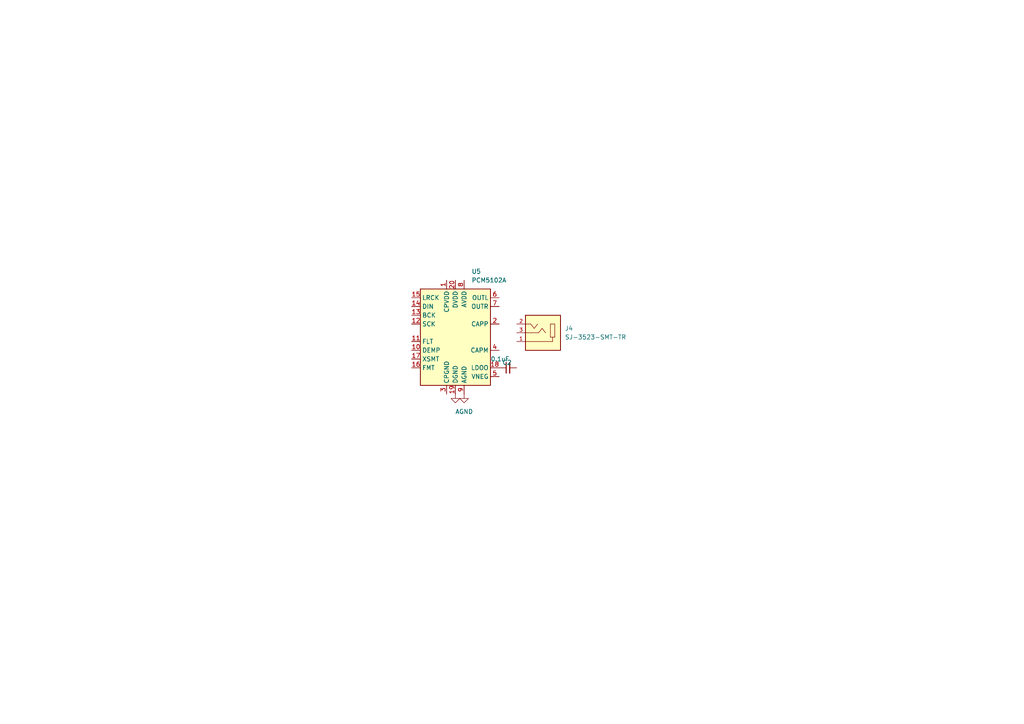
<source format=kicad_sch>
(kicad_sch (version 20250114) (generator "eeschema") (generator_version "9.0")
  (paper "A4")
  (lib_symbols
    (symbol "Audio:PCM5102A"
      (property "Reference" "U" (at -10.16 13.97 0))
      (property "Value" "PCM5102A" (at 3.81 13.97 0))
      (symbol "PCM5102A_0_1"
        (rectangle (start -10.16 12.7) (end 10.16 -15.24) (stroke (width 0.254)) (fill (type background)))
      )
      (symbol "PCM5102A_1_1"
        (pin input line (at -12.7 10.16 0) (length 2.54) (name "LRCK") (number "15"))
        (pin input line (at -12.7 7.62 0) (length 2.54) (name "DIN") (number "14"))
        (pin input line (at -12.7 5.08 0) (length 2.54) (name "BCK") (number "13"))
        (pin input line (at -12.7 2.54 0) (length 2.54) (name "SCK") (number "12"))
        (pin input line (at -12.7 -2.54 0) (length 2.54) (name "FLT") (number "11"))
        (pin input line (at -12.7 -5.08 0) (length 2.54) (name "DEMP") (number "10"))
        (pin input line (at -12.7 -7.62 0) (length 2.54) (name "XSMT") (number "17"))
        (pin input line (at -12.7 -10.16 0) (length 2.54) (name "FMT") (number "16"))
        (pin passive line (at -2.54 15.24 270) (length 2.54) (name "CPVDD") (number "1"))
        (pin power_in line (at -2.54 -17.78 90) (length 2.54) (name "CPGND") (number "3"))
        (pin power_in line (at 0 15.24 270) (length 2.54) (name "DVDD") (number "20"))
        (pin power_in line (at 0 -17.78 90) (length 2.54) (name "DGND") (number "19"))
        (pin power_in line (at 2.54 15.24 270) (length 2.54) (name "AVDD") (number "8"))
        (pin power_in line (at 2.54 -17.78 90) (length 2.54) (name "AGND") (number "9"))
        (pin output line (at 12.7 10.16 180) (length 2.54) (name "OUTL") (number "6"))
        (pin output line (at 12.7 7.62 180) (length 2.54) (name "OUTR") (number "7"))
        (pin passive line (at 12.7 2.54 180) (length 2.54) (name "CAPP") (number "2"))
        (pin passive line (at 12.7 -5.08 180) (length 2.54) (name "CAPM") (number "4"))
        (pin passive line (at 12.7 -10.16 180) (length 2.54) (name "LDOO") (number "18"))
        (pin passive line (at 12.7 -12.7 180) (length 2.54) (name "VNEG") (number "5"))
      )
    )
    (symbol "Device:C_Small" (pin_numbers (hide yes)) (pin_names (offset 0.254) (hide yes))
      (property "Reference" "C" (at 0.254 1.778 0))
      (property "Value" "C_Small" (at 0.254 -2.032 0))
      (symbol "C_Small_0_1"
        (polyline (pts (xy -1.524 0.508) (xy 1.524 0.508)) (stroke (width 0.3048)))
        (polyline (pts (xy -1.524 -0.508) (xy 1.524 -0.508)) (stroke (width 0.3302)))
      )
      (symbol "C_Small_1_1"
        (pin passive line (at 0 2.54 270) (length 2.032) (name "~") (number "1"))
        (pin passive line (at 0 -2.54 90) (length 2.032) (name "~") (number "2"))
      )
    )
    (symbol "SJ-3523-SMT-TR:SJ-3523-SMT-TR" (pin_names (offset 1.016))
      (property "Reference" "J" (at -5.1004 5.738 0))
      (property "Value" "SJ-3523-SMT-TR" (at -5.1006 -7.6509 0))
      (symbol "SJ-3523-SMT-TR_0_0"
        (rectangle (start -5.08 -5.08) (end 5.08 5.08) (stroke (width 0.254)) (fill (type background)))
        (polyline (pts (xy -3.429 1.27) (xy -3.429 -2.54)) (stroke (width 0.1524)))
        (polyline (pts (xy -3.429 -2.54) (xy -2.159 -2.54)) (stroke (width 0.1524)))
        (polyline (pts (xy -2.794 2.54) (xy 5.08 2.54)) (stroke (width 0.1524)))
        (polyline (pts (xy -2.794 1.27) (xy -3.429 1.27)) (stroke (width 0.1524)))
        (polyline (pts (xy -2.794 1.27) (xy -2.794 2.54)) (stroke (width 0.1524)))
        (polyline (pts (xy -2.159 1.27) (xy -2.794 1.27)) (stroke (width 0.1524)))
        (polyline (pts (xy -2.159 -2.54) (xy -2.159 1.27)) (stroke (width 0.1524)))
        (polyline (pts (xy 0.254 -1.27) (xy -0.762 0)) (stroke (width 0.1524)))
        (polyline (pts (xy 1.27 0) (xy 0.254 -1.27)) (stroke (width 0.1524)))
        (polyline (pts (xy 1.524 -2.54) (xy 2.54 -1.27)) (stroke (width 0.1524)))
        (polyline (pts (xy 2.54 -1.27) (xy 3.556 -2.54)) (stroke (width 0.1524)))
        (polyline (pts (xy 5.08 0) (xy 1.27 0)) (stroke (width 0.1524)))
        (polyline (pts (xy 5.08 -2.54) (xy 3.556 -2.54)) (stroke (width 0.1524)))
        (pin passive line (at 7.62 2.54 180) (length 2.54) (name "~") (number "1"))
        (pin passive line (at 7.62 0 180) (length 2.54) (name "~") (number "3"))
        (pin passive line (at 7.62 -2.54 180) (length 2.54) (name "~") (number "2"))
      )
    )
    (symbol "power:GND" (power) (pin_numbers (hide yes)) (pin_names (offset 0) (hide yes))
      (property "Value" "GND" (at 0 -3.81 0))
      (symbol "GND_0_1"
        (polyline (pts (xy 0 0) (xy 0 -1.27) (xy 1.27 -1.27) (xy 0 -2.54) (xy -1.27 -1.27) (xy 0 -1.27)))
      )
      (symbol "GND_1_1"
        (pin power_in line (at 0 0 270) (length 0) (name "~") (number "1"))
      )
    )
  )
  (symbol (lib_id "power:GND") (at 132.08 114.3 0) (unit 1)
    (property "Reference" "#PWR03" (effects (hide yes)))
    (property "Value" "GND" (effects (hide yes)))
    (property "Description" "Power symbol creates a global label with name \"GND\" , ground" (effects (hide yes)))
  )
  (symbol (lib_id "Audio:PCM5102A") (at 132.08 96.52 0) (unit 1)
    (property "Reference" "U5" (at 136.7633 78.74 0) (effects (justify left)))
    (property "Value" "PCM5102A" (at 136.7633 81.28 0) (effects (justify left)))
    (property "Footprint" "Package_SO:TSSOP-20_4.4x6.5mm_P0.65mm" (effects (hide yes)))
    (property "Datasheet" "https://www.ti.com/lit/ds/symlink/pcm5102a.pdf" (effects (hide yes)))
    (property "Description" "2.1 VRMS, 112dB Audio Stereo DAC with PLL and 32-bit, 384kHz PCM Interface, TSSOP-20" (effects (hide yes)))
  )
  (symbol (lib_id "SJ-3523-SMT-TR:SJ-3523-SMT-TR") (at 157.48 96.52 180) (unit 1)
    (property "Reference" "J4" (at 163.83 95.2499 0) (effects (justify right)))
    (property "Value" "SJ-3523-SMT-TR" (at 163.83 97.7899 0) (effects (justify right)))
    (property "Footprint" "Connector_Audio:Jack_3.5mm_CUI_SJ-3523-SMT_Horizontal" (effects (hide yes)))
    (property "MF" "Same Sky" (effects (hide yes)))
    (property "Description_1" "3.5 mm, Stereo, Right Angle, Surface Mount (SMT), 3 Conductors, 0 Internal Switches, Audio Jack Connector" (effects (hide yes)))
    (property "Package" "None" (effects (hide yes)))
    (property "Price" "None" (effects (hide yes)))
    (property "STANDARD" "Manufacturer recommendations" (effects (hide yes)))
    (property "SnapEDA_Link" "https://www.snapeda.com/parts/SJ-3523-SMT-TR/Same+Sky/view-part/?ref=snap" (effects (hide yes)))
    (property "MP" "SJ-3523-SMT-TR" (effects (hide yes)))
    (property "Availability" "In Stock" (effects (hide yes)))
    (property "Check_prices" "https://www.snapeda.com/parts/SJ-3523-SMT-TR/Same+Sky/view-part/?ref=eda" (effects (hide yes)))
  )
  (symbol (lib_id "Device:C_Small") (at 147.32 106.68 90) (unit 1)
    (property "Reference" "C2" (at 147.066 105.156 90))
    (property "Value" "0.1uF" (at 145.034 104.14 90))
    (property "Description" "Unpolarized capacitor, small symbol" (effects (hide yes)))
  )
  (symbol (lib_id "power:GND") (at 134.62 114.3 0) (unit 1)
    (property "Reference" "#PWR04" (effects (hide yes)))
    (property "Value" "AGND" (at 134.62 119.38 0))
    (property "Description" "Power symbol creates a global label with name \"GND\" , ground" (effects (hide yes)))
  )
)
</source>
